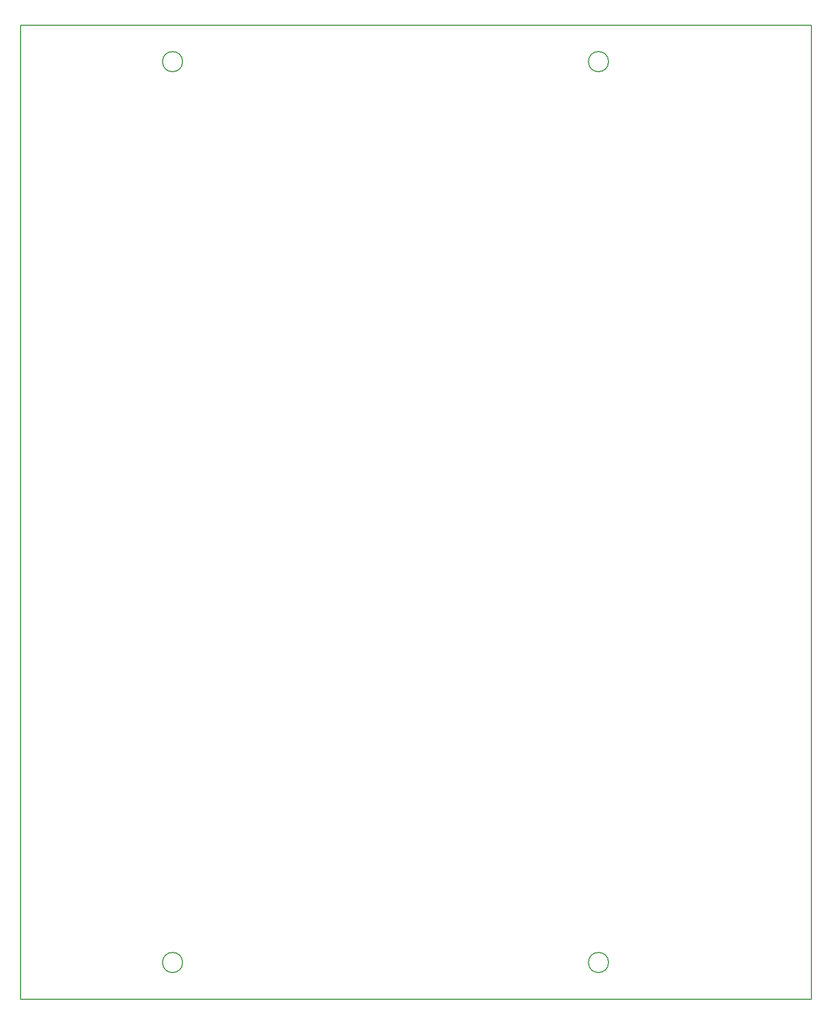
<source format=gbr>
%TF.GenerationSoftware,KiCad,Pcbnew,9.0.0*%
%TF.CreationDate,2025-03-23T18:41:59+01:00*%
%TF.ProjectId,Board_Main,426f6172-645f-44d6-9169-6e2e6b696361,rev?*%
%TF.SameCoordinates,Original*%
%TF.FileFunction,Profile,NP*%
%FSLAX46Y46*%
G04 Gerber Fmt 4.6, Leading zero omitted, Abs format (unit mm)*
G04 Created by KiCad (PCBNEW 9.0.0) date 2025-03-23 18:41:59*
%MOMM*%
%LPD*%
G01*
G04 APERTURE LIST*
%TA.AperFunction,Profile*%
%ADD10C,0.200000*%
%TD*%
G04 APERTURE END LIST*
D10*
X36540000Y-23450000D02*
X46540000Y-23450000D01*
X133540000Y-183450000D02*
X146540000Y-183450000D01*
X59540000Y-183450000D02*
X133540000Y-183450000D01*
X133190001Y-177450001D02*
G75*
G02*
X129890001Y-177450001I-1650000J0D01*
G01*
X129890001Y-177450001D02*
G75*
G02*
X133190001Y-177450001I1650000J0D01*
G01*
X46540000Y-23450000D02*
X59540000Y-23450000D01*
X59540000Y-183450000D02*
X46540000Y-183450000D01*
X63189999Y-29449999D02*
G75*
G02*
X59889999Y-29449999I-1650000J0D01*
G01*
X59889999Y-29449999D02*
G75*
G02*
X63189999Y-29449999I1650000J0D01*
G01*
X166540000Y-183450000D02*
X146540000Y-183450000D01*
X133190001Y-29449999D02*
G75*
G02*
X129890001Y-29449999I-1650000J0D01*
G01*
X129890001Y-29449999D02*
G75*
G02*
X133190001Y-29449999I1650000J0D01*
G01*
X133540000Y-23450000D02*
X146540000Y-23450000D01*
X166540000Y-183450000D02*
X166540000Y-23450000D01*
X36540000Y-183450000D02*
X46540000Y-183450000D01*
X166540000Y-23450000D02*
X146540000Y-23450000D01*
X133540000Y-23450000D02*
X59540000Y-23450000D01*
X63189999Y-177450001D02*
G75*
G02*
X59889999Y-177450001I-1650000J0D01*
G01*
X59889999Y-177450001D02*
G75*
G02*
X63189999Y-177450001I1650000J0D01*
G01*
X36540000Y-23450000D02*
X36540000Y-183450000D01*
M02*

</source>
